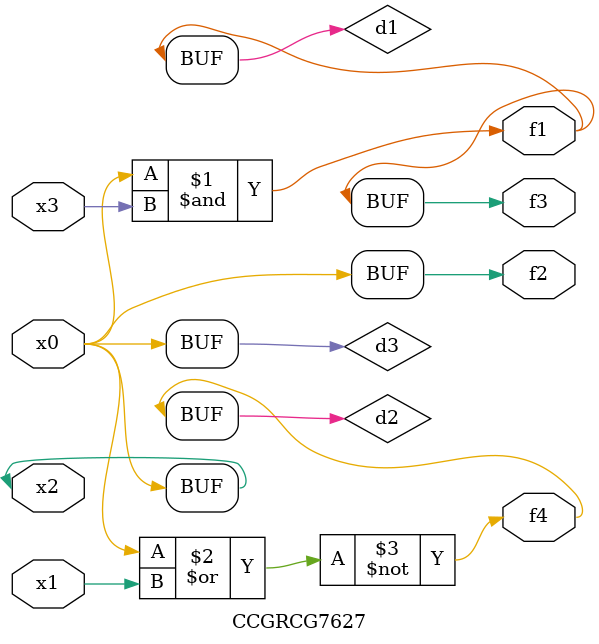
<source format=v>
module CCGRCG7627(
	input x0, x1, x2, x3,
	output f1, f2, f3, f4
);

	wire d1, d2, d3;

	and (d1, x2, x3);
	nor (d2, x0, x1);
	buf (d3, x0, x2);
	assign f1 = d1;
	assign f2 = d3;
	assign f3 = d1;
	assign f4 = d2;
endmodule

</source>
